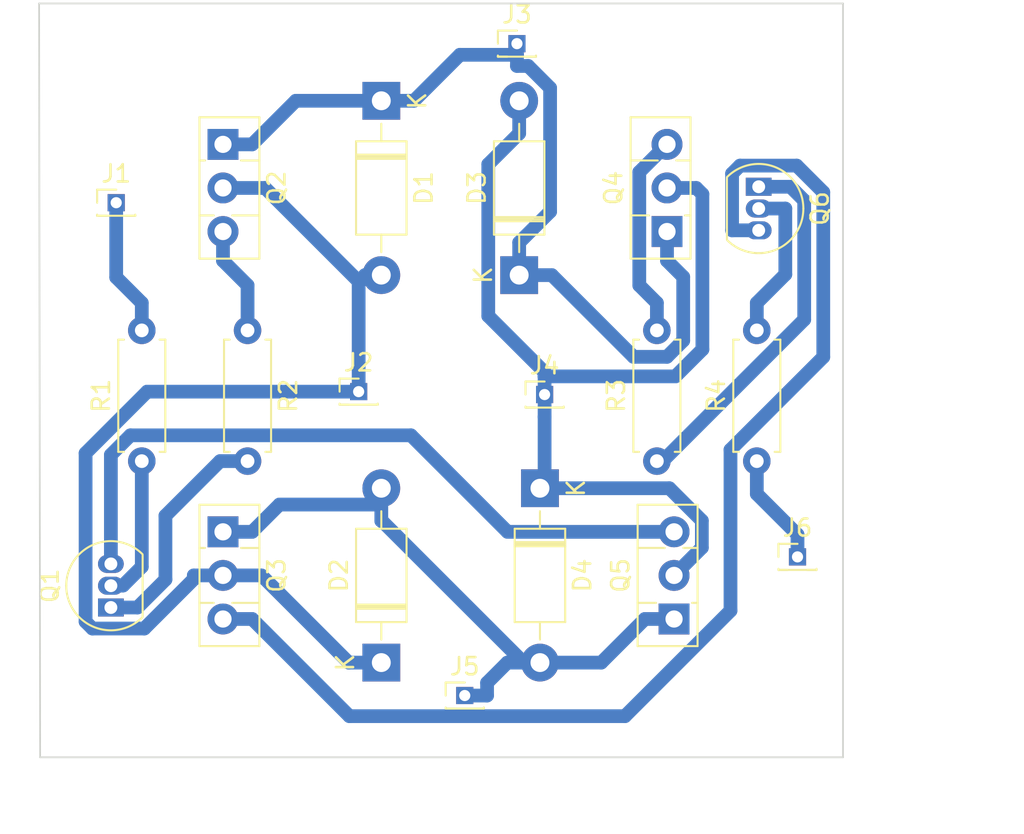
<source format=kicad_pcb>
(kicad_pcb (version 20171130) (host pcbnew "(5.1.6)-1")

  (general
    (thickness 1.6)
    (drawings 6)
    (tracks 118)
    (zones 0)
    (modules 20)
    (nets 15)
  )

  (page A4)
  (layers
    (0 F.Cu signal)
    (31 B.Cu signal)
    (32 B.Adhes user)
    (33 F.Adhes user)
    (34 B.Paste user)
    (35 F.Paste user)
    (36 B.SilkS user)
    (37 F.SilkS user)
    (38 B.Mask user)
    (39 F.Mask user)
    (40 Dwgs.User user)
    (41 Cmts.User user)
    (42 Eco1.User user)
    (43 Eco2.User user)
    (44 Edge.Cuts user)
    (45 Margin user)
    (46 B.CrtYd user)
    (47 F.CrtYd user)
    (48 B.Fab user)
    (49 F.Fab user)
  )

  (setup
    (last_trace_width 0.8)
    (trace_clearance 0.3)
    (zone_clearance 0.508)
    (zone_45_only no)
    (trace_min 0.2)
    (via_size 0.8)
    (via_drill 0.4)
    (via_min_size 0.4)
    (via_min_drill 0.3)
    (uvia_size 0.3)
    (uvia_drill 0.1)
    (uvias_allowed no)
    (uvia_min_size 0.2)
    (uvia_min_drill 0.1)
    (edge_width 0.05)
    (segment_width 0.2)
    (pcb_text_width 0.3)
    (pcb_text_size 1.5 1.5)
    (mod_edge_width 0.12)
    (mod_text_size 1 1)
    (mod_text_width 0.15)
    (pad_size 1.524 1.524)
    (pad_drill 0.762)
    (pad_to_mask_clearance 0.05)
    (aux_axis_origin 107.08 100.06)
    (visible_elements 7FFFFFFF)
    (pcbplotparams
      (layerselection 0x010fc_fffffffe)
      (usegerberextensions false)
      (usegerberattributes true)
      (usegerberadvancedattributes true)
      (creategerberjobfile true)
      (excludeedgelayer true)
      (linewidth 0.100000)
      (plotframeref false)
      (viasonmask false)
      (mode 1)
      (useauxorigin true)
      (hpglpennumber 1)
      (hpglpenspeed 20)
      (hpglpendiameter 15.000000)
      (psnegative false)
      (psa4output false)
      (plotreference true)
      (plotvalue true)
      (plotinvisibletext false)
      (padsonsilk false)
      (subtractmaskfromsilk false)
      (outputformat 1)
      (mirror false)
      (drillshape 0)
      (scaleselection 1)
      (outputdirectory "gerber"))
  )

  (net 0 "")
  (net 1 "Net-(D1-Pad1)")
  (net 2 "Net-(D1-Pad2)")
  (net 3 GND)
  (net 4 "Net-(D3-Pad2)")
  (net 5 "Net-(J1-Pad1)")
  (net 6 "Net-(J6-Pad1)")
  (net 7 "Net-(Q1-Pad2)")
  (net 8 "Net-(Q1-Pad3)")
  (net 9 "Net-(Q1-Pad1)")
  (net 10 "Net-(Q2-Pad3)")
  (net 11 "Net-(Q3-Pad3)")
  (net 12 "Net-(Q4-Pad3)")
  (net 13 "Net-(Q6-Pad1)")
  (net 14 "Net-(Q6-Pad2)")

  (net_class Default "This is the default net class."
    (clearance 0.3)
    (trace_width 0.8)
    (via_dia 0.8)
    (via_drill 0.4)
    (uvia_dia 0.3)
    (uvia_drill 0.1)
    (add_net GND)
    (add_net "Net-(D1-Pad1)")
    (add_net "Net-(D1-Pad2)")
    (add_net "Net-(D3-Pad2)")
    (add_net "Net-(J1-Pad1)")
    (add_net "Net-(J6-Pad1)")
    (add_net "Net-(Q1-Pad1)")
    (add_net "Net-(Q1-Pad2)")
    (add_net "Net-(Q1-Pad3)")
    (add_net "Net-(Q2-Pad3)")
    (add_net "Net-(Q3-Pad3)")
    (add_net "Net-(Q4-Pad3)")
    (add_net "Net-(Q6-Pad1)")
    (add_net "Net-(Q6-Pad2)")
  )

  (module Package_TO_SOT_THT:TO-126-3_Vertical (layer F.Cu) (tedit 5AC8BA0D) (tstamp 5FA60E09)
    (at 117.63 86.89 270)
    (descr "TO-126-3, Vertical, RM 2.54mm, see https://www.diodes.com/assets/Package-Files/TO126.pdf")
    (tags "TO-126-3 Vertical RM 2.54mm")
    (path /5FA5A5DC)
    (fp_text reference Q3 (at 2.54 -3.12 90) (layer F.SilkS)
      (effects (font (size 1 1) (thickness 0.15)))
    )
    (fp_text value BD139 (at 2.54 2.5 90) (layer F.Fab)
      (effects (font (size 1 1) (thickness 0.15)))
    )
    (fp_line (start 6.79 -2.25) (end -1.71 -2.25) (layer F.CrtYd) (width 0.05))
    (fp_line (start 6.79 1.5) (end 6.79 -2.25) (layer F.CrtYd) (width 0.05))
    (fp_line (start -1.71 1.5) (end 6.79 1.5) (layer F.CrtYd) (width 0.05))
    (fp_line (start -1.71 -2.25) (end -1.71 1.5) (layer F.CrtYd) (width 0.05))
    (fp_line (start 4.141 0.54) (end 4.141 1.37) (layer F.SilkS) (width 0.12))
    (fp_line (start 4.141 -2.12) (end 4.141 -0.54) (layer F.SilkS) (width 0.12))
    (fp_line (start 0.94 1.05) (end 0.94 1.37) (layer F.SilkS) (width 0.12))
    (fp_line (start 0.94 -2.12) (end 0.94 -1.05) (layer F.SilkS) (width 0.12))
    (fp_line (start 6.66 -2.12) (end 6.66 1.37) (layer F.SilkS) (width 0.12))
    (fp_line (start -1.58 -2.12) (end -1.58 1.37) (layer F.SilkS) (width 0.12))
    (fp_line (start -1.58 1.37) (end 6.66 1.37) (layer F.SilkS) (width 0.12))
    (fp_line (start -1.58 -2.12) (end 6.66 -2.12) (layer F.SilkS) (width 0.12))
    (fp_line (start 4.14 -2) (end 4.14 1.25) (layer F.Fab) (width 0.1))
    (fp_line (start 0.94 -2) (end 0.94 1.25) (layer F.Fab) (width 0.1))
    (fp_line (start 6.54 -2) (end -1.46 -2) (layer F.Fab) (width 0.1))
    (fp_line (start 6.54 1.25) (end 6.54 -2) (layer F.Fab) (width 0.1))
    (fp_line (start -1.46 1.25) (end 6.54 1.25) (layer F.Fab) (width 0.1))
    (fp_line (start -1.46 -2) (end -1.46 1.25) (layer F.Fab) (width 0.1))
    (fp_text user %R (at 2.54 -3.12 90) (layer F.Fab)
      (effects (font (size 1 1) (thickness 0.15)))
    )
    (pad 3 thru_hole oval (at 5.08 0 270) (size 1.8 1.8) (drill 1) (layers *.Cu *.Mask)
      (net 11 "Net-(Q3-Pad3)"))
    (pad 2 thru_hole oval (at 2.54 0 270) (size 1.8 1.8) (drill 1) (layers *.Cu *.Mask)
      (net 2 "Net-(D1-Pad2)"))
    (pad 1 thru_hole rect (at 0 0 270) (size 1.8 1.8) (drill 1) (layers *.Cu *.Mask)
      (net 3 GND))
    (model ${KISYS3DMOD}/Package_TO_SOT_THT.3dshapes/TO-126-3_Vertical.wrl
      (at (xyz 0 0 0))
      (scale (xyz 1 1 1))
      (rotate (xyz 0 0 0))
    )
  )

  (module Resistor_THT:R_Axial_DIN0207_L6.3mm_D2.5mm_P7.62mm_Horizontal (layer F.Cu) (tedit 5AE5139B) (tstamp 5FA60EAB)
    (at 148.72 82.77 90)
    (descr "Resistor, Axial_DIN0207 series, Axial, Horizontal, pin pitch=7.62mm, 0.25W = 1/4W, length*diameter=6.3*2.5mm^2, http://cdn-reichelt.de/documents/datenblatt/B400/1_4W%23YAG.pdf")
    (tags "Resistor Axial_DIN0207 series Axial Horizontal pin pitch 7.62mm 0.25W = 1/4W length 6.3mm diameter 2.5mm")
    (path /5FA62D7C)
    (fp_text reference R4 (at 3.81 -2.37 90) (layer F.SilkS)
      (effects (font (size 1 1) (thickness 0.15)))
    )
    (fp_text value R (at 3.81 2.37 90) (layer F.Fab)
      (effects (font (size 1 1) (thickness 0.15)))
    )
    (fp_line (start 0.66 -1.25) (end 0.66 1.25) (layer F.Fab) (width 0.1))
    (fp_line (start 0.66 1.25) (end 6.96 1.25) (layer F.Fab) (width 0.1))
    (fp_line (start 6.96 1.25) (end 6.96 -1.25) (layer F.Fab) (width 0.1))
    (fp_line (start 6.96 -1.25) (end 0.66 -1.25) (layer F.Fab) (width 0.1))
    (fp_line (start 0 0) (end 0.66 0) (layer F.Fab) (width 0.1))
    (fp_line (start 7.62 0) (end 6.96 0) (layer F.Fab) (width 0.1))
    (fp_line (start 0.54 -1.04) (end 0.54 -1.37) (layer F.SilkS) (width 0.12))
    (fp_line (start 0.54 -1.37) (end 7.08 -1.37) (layer F.SilkS) (width 0.12))
    (fp_line (start 7.08 -1.37) (end 7.08 -1.04) (layer F.SilkS) (width 0.12))
    (fp_line (start 0.54 1.04) (end 0.54 1.37) (layer F.SilkS) (width 0.12))
    (fp_line (start 0.54 1.37) (end 7.08 1.37) (layer F.SilkS) (width 0.12))
    (fp_line (start 7.08 1.37) (end 7.08 1.04) (layer F.SilkS) (width 0.12))
    (fp_line (start -1.05 -1.5) (end -1.05 1.5) (layer F.CrtYd) (width 0.05))
    (fp_line (start -1.05 1.5) (end 8.67 1.5) (layer F.CrtYd) (width 0.05))
    (fp_line (start 8.67 1.5) (end 8.67 -1.5) (layer F.CrtYd) (width 0.05))
    (fp_line (start 8.67 -1.5) (end -1.05 -1.5) (layer F.CrtYd) (width 0.05))
    (fp_text user %R (at 3.81 0 90) (layer F.Fab)
      (effects (font (size 1 1) (thickness 0.15)))
    )
    (pad 1 thru_hole circle (at 0 0 90) (size 1.6 1.6) (drill 0.8) (layers *.Cu *.Mask)
      (net 6 "Net-(J6-Pad1)"))
    (pad 2 thru_hole oval (at 7.62 0 90) (size 1.6 1.6) (drill 0.8) (layers *.Cu *.Mask)
      (net 14 "Net-(Q6-Pad2)"))
    (model ${KISYS3DMOD}/Resistor_THT.3dshapes/R_Axial_DIN0207_L6.3mm_D2.5mm_P7.62mm_Horizontal.wrl
      (at (xyz 0 0 0))
      (scale (xyz 1 1 1))
      (rotate (xyz 0 0 0))
    )
  )

  (module Connector_PinHeader_1.27mm:PinHeader_1x01_P1.27mm_Vertical (layer F.Cu) (tedit 59FED6E3) (tstamp 5FA60D81)
    (at 134.75 58.44)
    (descr "Through hole straight pin header, 1x01, 1.27mm pitch, single row")
    (tags "Through hole pin header THT 1x01 1.27mm single row")
    (path /5FA7C41D)
    (fp_text reference J3 (at 0 -1.695) (layer F.SilkS)
      (effects (font (size 1 1) (thickness 0.15)))
    )
    (fp_text value Conn_01x01_Male (at 0 1.695) (layer F.Fab)
      (effects (font (size 1 1) (thickness 0.15)))
    )
    (fp_line (start -0.525 -0.635) (end 1.05 -0.635) (layer F.Fab) (width 0.1))
    (fp_line (start 1.05 -0.635) (end 1.05 0.635) (layer F.Fab) (width 0.1))
    (fp_line (start 1.05 0.635) (end -1.05 0.635) (layer F.Fab) (width 0.1))
    (fp_line (start -1.05 0.635) (end -1.05 -0.11) (layer F.Fab) (width 0.1))
    (fp_line (start -1.05 -0.11) (end -0.525 -0.635) (layer F.Fab) (width 0.1))
    (fp_line (start -1.11 0.76) (end 1.11 0.76) (layer F.SilkS) (width 0.12))
    (fp_line (start -1.11 0.76) (end -1.11 0.695) (layer F.SilkS) (width 0.12))
    (fp_line (start 1.11 0.76) (end 1.11 0.695) (layer F.SilkS) (width 0.12))
    (fp_line (start -1.11 0.76) (end -0.563471 0.76) (layer F.SilkS) (width 0.12))
    (fp_line (start 0.563471 0.76) (end 1.11 0.76) (layer F.SilkS) (width 0.12))
    (fp_line (start -1.11 0) (end -1.11 -0.76) (layer F.SilkS) (width 0.12))
    (fp_line (start -1.11 -0.76) (end 0 -0.76) (layer F.SilkS) (width 0.12))
    (fp_line (start -1.55 -1.15) (end -1.55 1.15) (layer F.CrtYd) (width 0.05))
    (fp_line (start -1.55 1.15) (end 1.55 1.15) (layer F.CrtYd) (width 0.05))
    (fp_line (start 1.55 1.15) (end 1.55 -1.15) (layer F.CrtYd) (width 0.05))
    (fp_line (start 1.55 -1.15) (end -1.55 -1.15) (layer F.CrtYd) (width 0.05))
    (fp_text user %R (at 0 0 90) (layer F.Fab)
      (effects (font (size 1 1) (thickness 0.15)))
    )
    (pad 1 thru_hole rect (at 0 0) (size 1 1) (drill 0.65) (layers *.Cu *.Mask)
      (net 1 "Net-(D1-Pad1)"))
    (model ${KISYS3DMOD}/Connector_PinHeader_1.27mm.3dshapes/PinHeader_1x01_P1.27mm_Vertical.wrl
      (at (xyz 0 0 0))
      (scale (xyz 1 1 1))
      (rotate (xyz 0 0 0))
    )
  )

  (module Package_TO_SOT_THT:TO-126-3_Vertical (layer F.Cu) (tedit 5AC8BA0D) (tstamp 5FA60E3D)
    (at 143.9 91.97 90)
    (descr "TO-126-3, Vertical, RM 2.54mm, see https://www.diodes.com/assets/Package-Files/TO126.pdf")
    (tags "TO-126-3 Vertical RM 2.54mm")
    (path /5FA5BC3E)
    (fp_text reference Q5 (at 2.54 -3.12 90) (layer F.SilkS)
      (effects (font (size 1 1) (thickness 0.15)))
    )
    (fp_text value BD139 (at 2.54 2.5 90) (layer F.Fab)
      (effects (font (size 1 1) (thickness 0.15)))
    )
    (fp_line (start -1.46 -2) (end -1.46 1.25) (layer F.Fab) (width 0.1))
    (fp_line (start -1.46 1.25) (end 6.54 1.25) (layer F.Fab) (width 0.1))
    (fp_line (start 6.54 1.25) (end 6.54 -2) (layer F.Fab) (width 0.1))
    (fp_line (start 6.54 -2) (end -1.46 -2) (layer F.Fab) (width 0.1))
    (fp_line (start 0.94 -2) (end 0.94 1.25) (layer F.Fab) (width 0.1))
    (fp_line (start 4.14 -2) (end 4.14 1.25) (layer F.Fab) (width 0.1))
    (fp_line (start -1.58 -2.12) (end 6.66 -2.12) (layer F.SilkS) (width 0.12))
    (fp_line (start -1.58 1.37) (end 6.66 1.37) (layer F.SilkS) (width 0.12))
    (fp_line (start -1.58 -2.12) (end -1.58 1.37) (layer F.SilkS) (width 0.12))
    (fp_line (start 6.66 -2.12) (end 6.66 1.37) (layer F.SilkS) (width 0.12))
    (fp_line (start 0.94 -2.12) (end 0.94 -1.05) (layer F.SilkS) (width 0.12))
    (fp_line (start 0.94 1.05) (end 0.94 1.37) (layer F.SilkS) (width 0.12))
    (fp_line (start 4.141 -2.12) (end 4.141 -0.54) (layer F.SilkS) (width 0.12))
    (fp_line (start 4.141 0.54) (end 4.141 1.37) (layer F.SilkS) (width 0.12))
    (fp_line (start -1.71 -2.25) (end -1.71 1.5) (layer F.CrtYd) (width 0.05))
    (fp_line (start -1.71 1.5) (end 6.79 1.5) (layer F.CrtYd) (width 0.05))
    (fp_line (start 6.79 1.5) (end 6.79 -2.25) (layer F.CrtYd) (width 0.05))
    (fp_line (start 6.79 -2.25) (end -1.71 -2.25) (layer F.CrtYd) (width 0.05))
    (fp_text user %R (at 2.54 -3.12 90) (layer F.Fab)
      (effects (font (size 1 1) (thickness 0.15)))
    )
    (pad 1 thru_hole rect (at 0 0 90) (size 1.8 1.8) (drill 1) (layers *.Cu *.Mask)
      (net 3 GND))
    (pad 2 thru_hole oval (at 2.54 0 90) (size 1.8 1.8) (drill 1) (layers *.Cu *.Mask)
      (net 4 "Net-(D3-Pad2)"))
    (pad 3 thru_hole oval (at 5.08 0 90) (size 1.8 1.8) (drill 1) (layers *.Cu *.Mask)
      (net 8 "Net-(Q1-Pad3)"))
    (model ${KISYS3DMOD}/Package_TO_SOT_THT.3dshapes/TO-126-3_Vertical.wrl
      (at (xyz 0 0 0))
      (scale (xyz 1 1 1))
      (rotate (xyz 0 0 0))
    )
  )

  (module Diode_THT:D_DO-41_SOD81_P10.16mm_Horizontal (layer F.Cu) (tedit 5AE50CD5) (tstamp 5FA60CE2)
    (at 126.85 61.77 270)
    (descr "Diode, DO-41_SOD81 series, Axial, Horizontal, pin pitch=10.16mm, , length*diameter=5.2*2.7mm^2, , http://www.diodes.com/_files/packages/DO-41%20(Plastic).pdf")
    (tags "Diode DO-41_SOD81 series Axial Horizontal pin pitch 10.16mm  length 5.2mm diameter 2.7mm")
    (path /5FA64925)
    (fp_text reference D1 (at 5.08 -2.47 90) (layer F.SilkS)
      (effects (font (size 1 1) (thickness 0.15)))
    )
    (fp_text value 1N4001 (at 5.08 2.47 90) (layer F.Fab)
      (effects (font (size 1 1) (thickness 0.15)))
    )
    (fp_line (start 2.48 -1.35) (end 2.48 1.35) (layer F.Fab) (width 0.1))
    (fp_line (start 2.48 1.35) (end 7.68 1.35) (layer F.Fab) (width 0.1))
    (fp_line (start 7.68 1.35) (end 7.68 -1.35) (layer F.Fab) (width 0.1))
    (fp_line (start 7.68 -1.35) (end 2.48 -1.35) (layer F.Fab) (width 0.1))
    (fp_line (start 0 0) (end 2.48 0) (layer F.Fab) (width 0.1))
    (fp_line (start 10.16 0) (end 7.68 0) (layer F.Fab) (width 0.1))
    (fp_line (start 3.26 -1.35) (end 3.26 1.35) (layer F.Fab) (width 0.1))
    (fp_line (start 3.36 -1.35) (end 3.36 1.35) (layer F.Fab) (width 0.1))
    (fp_line (start 3.16 -1.35) (end 3.16 1.35) (layer F.Fab) (width 0.1))
    (fp_line (start 2.36 -1.47) (end 2.36 1.47) (layer F.SilkS) (width 0.12))
    (fp_line (start 2.36 1.47) (end 7.8 1.47) (layer F.SilkS) (width 0.12))
    (fp_line (start 7.8 1.47) (end 7.8 -1.47) (layer F.SilkS) (width 0.12))
    (fp_line (start 7.8 -1.47) (end 2.36 -1.47) (layer F.SilkS) (width 0.12))
    (fp_line (start 1.34 0) (end 2.36 0) (layer F.SilkS) (width 0.12))
    (fp_line (start 8.82 0) (end 7.8 0) (layer F.SilkS) (width 0.12))
    (fp_line (start 3.26 -1.47) (end 3.26 1.47) (layer F.SilkS) (width 0.12))
    (fp_line (start 3.38 -1.47) (end 3.38 1.47) (layer F.SilkS) (width 0.12))
    (fp_line (start 3.14 -1.47) (end 3.14 1.47) (layer F.SilkS) (width 0.12))
    (fp_line (start -1.35 -1.6) (end -1.35 1.6) (layer F.CrtYd) (width 0.05))
    (fp_line (start -1.35 1.6) (end 11.51 1.6) (layer F.CrtYd) (width 0.05))
    (fp_line (start 11.51 1.6) (end 11.51 -1.6) (layer F.CrtYd) (width 0.05))
    (fp_line (start 11.51 -1.6) (end -1.35 -1.6) (layer F.CrtYd) (width 0.05))
    (fp_text user %R (at 5.47 0 90) (layer F.Fab)
      (effects (font (size 1 1) (thickness 0.15)))
    )
    (fp_text user K (at 0 -2.1 90) (layer F.Fab)
      (effects (font (size 1 1) (thickness 0.15)))
    )
    (fp_text user K (at 0 -2.1 90) (layer F.SilkS)
      (effects (font (size 1 1) (thickness 0.15)))
    )
    (pad 1 thru_hole rect (at 0 0 270) (size 2.2 2.2) (drill 1.1) (layers *.Cu *.Mask)
      (net 1 "Net-(D1-Pad1)"))
    (pad 2 thru_hole oval (at 10.16 0 270) (size 2.2 2.2) (drill 1.1) (layers *.Cu *.Mask)
      (net 2 "Net-(D1-Pad2)"))
    (model ${KISYS3DMOD}/Diode_THT.3dshapes/D_DO-41_SOD81_P10.16mm_Horizontal.wrl
      (at (xyz 0 0 0))
      (scale (xyz 1 1 1))
      (rotate (xyz 0 0 0))
    )
  )

  (module Diode_THT:D_DO-41_SOD81_P10.16mm_Horizontal (layer F.Cu) (tedit 5AE50CD5) (tstamp 5FA60D01)
    (at 126.85 94.51 90)
    (descr "Diode, DO-41_SOD81 series, Axial, Horizontal, pin pitch=10.16mm, , length*diameter=5.2*2.7mm^2, , http://www.diodes.com/_files/packages/DO-41%20(Plastic).pdf")
    (tags "Diode DO-41_SOD81 series Axial Horizontal pin pitch 10.16mm  length 5.2mm diameter 2.7mm")
    (path /5FA65B20)
    (fp_text reference D2 (at 5.08 -2.47 90) (layer F.SilkS)
      (effects (font (size 1 1) (thickness 0.15)))
    )
    (fp_text value 1N4001 (at 5.08 2.47 90) (layer F.Fab)
      (effects (font (size 1 1) (thickness 0.15)))
    )
    (fp_line (start 2.48 -1.35) (end 2.48 1.35) (layer F.Fab) (width 0.1))
    (fp_line (start 2.48 1.35) (end 7.68 1.35) (layer F.Fab) (width 0.1))
    (fp_line (start 7.68 1.35) (end 7.68 -1.35) (layer F.Fab) (width 0.1))
    (fp_line (start 7.68 -1.35) (end 2.48 -1.35) (layer F.Fab) (width 0.1))
    (fp_line (start 0 0) (end 2.48 0) (layer F.Fab) (width 0.1))
    (fp_line (start 10.16 0) (end 7.68 0) (layer F.Fab) (width 0.1))
    (fp_line (start 3.26 -1.35) (end 3.26 1.35) (layer F.Fab) (width 0.1))
    (fp_line (start 3.36 -1.35) (end 3.36 1.35) (layer F.Fab) (width 0.1))
    (fp_line (start 3.16 -1.35) (end 3.16 1.35) (layer F.Fab) (width 0.1))
    (fp_line (start 2.36 -1.47) (end 2.36 1.47) (layer F.SilkS) (width 0.12))
    (fp_line (start 2.36 1.47) (end 7.8 1.47) (layer F.SilkS) (width 0.12))
    (fp_line (start 7.8 1.47) (end 7.8 -1.47) (layer F.SilkS) (width 0.12))
    (fp_line (start 7.8 -1.47) (end 2.36 -1.47) (layer F.SilkS) (width 0.12))
    (fp_line (start 1.34 0) (end 2.36 0) (layer F.SilkS) (width 0.12))
    (fp_line (start 8.82 0) (end 7.8 0) (layer F.SilkS) (width 0.12))
    (fp_line (start 3.26 -1.47) (end 3.26 1.47) (layer F.SilkS) (width 0.12))
    (fp_line (start 3.38 -1.47) (end 3.38 1.47) (layer F.SilkS) (width 0.12))
    (fp_line (start 3.14 -1.47) (end 3.14 1.47) (layer F.SilkS) (width 0.12))
    (fp_line (start -1.35 -1.6) (end -1.35 1.6) (layer F.CrtYd) (width 0.05))
    (fp_line (start -1.35 1.6) (end 11.51 1.6) (layer F.CrtYd) (width 0.05))
    (fp_line (start 11.51 1.6) (end 11.51 -1.6) (layer F.CrtYd) (width 0.05))
    (fp_line (start 11.51 -1.6) (end -1.35 -1.6) (layer F.CrtYd) (width 0.05))
    (fp_text user %R (at 5.47 0 90) (layer F.Fab)
      (effects (font (size 1 1) (thickness 0.15)))
    )
    (fp_text user K (at 0 -2.1 90) (layer F.Fab)
      (effects (font (size 1 1) (thickness 0.15)))
    )
    (fp_text user K (at 0 -2.1 90) (layer F.SilkS)
      (effects (font (size 1 1) (thickness 0.15)))
    )
    (pad 1 thru_hole rect (at 0 0 90) (size 2.2 2.2) (drill 1.1) (layers *.Cu *.Mask)
      (net 2 "Net-(D1-Pad2)"))
    (pad 2 thru_hole oval (at 10.16 0 90) (size 2.2 2.2) (drill 1.1) (layers *.Cu *.Mask)
      (net 3 GND))
    (model ${KISYS3DMOD}/Diode_THT.3dshapes/D_DO-41_SOD81_P10.16mm_Horizontal.wrl
      (at (xyz 0 0 0))
      (scale (xyz 1 1 1))
      (rotate (xyz 0 0 0))
    )
  )

  (module Diode_THT:D_DO-41_SOD81_P10.16mm_Horizontal (layer F.Cu) (tedit 5AE50CD5) (tstamp 5FA60D20)
    (at 134.88 71.93 90)
    (descr "Diode, DO-41_SOD81 series, Axial, Horizontal, pin pitch=10.16mm, , length*diameter=5.2*2.7mm^2, , http://www.diodes.com/_files/packages/DO-41%20(Plastic).pdf")
    (tags "Diode DO-41_SOD81 series Axial Horizontal pin pitch 10.16mm  length 5.2mm diameter 2.7mm")
    (path /5FA6558F)
    (fp_text reference D3 (at 5.08 -2.47 90) (layer F.SilkS)
      (effects (font (size 1 1) (thickness 0.15)))
    )
    (fp_text value 1N4001 (at 5.08 2.47 90) (layer F.Fab)
      (effects (font (size 1 1) (thickness 0.15)))
    )
    (fp_line (start 11.51 -1.6) (end -1.35 -1.6) (layer F.CrtYd) (width 0.05))
    (fp_line (start 11.51 1.6) (end 11.51 -1.6) (layer F.CrtYd) (width 0.05))
    (fp_line (start -1.35 1.6) (end 11.51 1.6) (layer F.CrtYd) (width 0.05))
    (fp_line (start -1.35 -1.6) (end -1.35 1.6) (layer F.CrtYd) (width 0.05))
    (fp_line (start 3.14 -1.47) (end 3.14 1.47) (layer F.SilkS) (width 0.12))
    (fp_line (start 3.38 -1.47) (end 3.38 1.47) (layer F.SilkS) (width 0.12))
    (fp_line (start 3.26 -1.47) (end 3.26 1.47) (layer F.SilkS) (width 0.12))
    (fp_line (start 8.82 0) (end 7.8 0) (layer F.SilkS) (width 0.12))
    (fp_line (start 1.34 0) (end 2.36 0) (layer F.SilkS) (width 0.12))
    (fp_line (start 7.8 -1.47) (end 2.36 -1.47) (layer F.SilkS) (width 0.12))
    (fp_line (start 7.8 1.47) (end 7.8 -1.47) (layer F.SilkS) (width 0.12))
    (fp_line (start 2.36 1.47) (end 7.8 1.47) (layer F.SilkS) (width 0.12))
    (fp_line (start 2.36 -1.47) (end 2.36 1.47) (layer F.SilkS) (width 0.12))
    (fp_line (start 3.16 -1.35) (end 3.16 1.35) (layer F.Fab) (width 0.1))
    (fp_line (start 3.36 -1.35) (end 3.36 1.35) (layer F.Fab) (width 0.1))
    (fp_line (start 3.26 -1.35) (end 3.26 1.35) (layer F.Fab) (width 0.1))
    (fp_line (start 10.16 0) (end 7.68 0) (layer F.Fab) (width 0.1))
    (fp_line (start 0 0) (end 2.48 0) (layer F.Fab) (width 0.1))
    (fp_line (start 7.68 -1.35) (end 2.48 -1.35) (layer F.Fab) (width 0.1))
    (fp_line (start 7.68 1.35) (end 7.68 -1.35) (layer F.Fab) (width 0.1))
    (fp_line (start 2.48 1.35) (end 7.68 1.35) (layer F.Fab) (width 0.1))
    (fp_line (start 2.48 -1.35) (end 2.48 1.35) (layer F.Fab) (width 0.1))
    (fp_text user K (at 0 -2.1 90) (layer F.SilkS)
      (effects (font (size 1 1) (thickness 0.15)))
    )
    (fp_text user K (at 0 -2.1 90) (layer F.Fab)
      (effects (font (size 1 1) (thickness 0.15)))
    )
    (fp_text user %R (at 5.47 0 90) (layer F.Fab)
      (effects (font (size 1 1) (thickness 0.15)))
    )
    (pad 2 thru_hole oval (at 10.16 0 90) (size 2.2 2.2) (drill 1.1) (layers *.Cu *.Mask)
      (net 4 "Net-(D3-Pad2)"))
    (pad 1 thru_hole rect (at 0 0 90) (size 2.2 2.2) (drill 1.1) (layers *.Cu *.Mask)
      (net 1 "Net-(D1-Pad1)"))
    (model ${KISYS3DMOD}/Diode_THT.3dshapes/D_DO-41_SOD81_P10.16mm_Horizontal.wrl
      (at (xyz 0 0 0))
      (scale (xyz 1 1 1))
      (rotate (xyz 0 0 0))
    )
  )

  (module Diode_THT:D_DO-41_SOD81_P10.16mm_Horizontal (layer F.Cu) (tedit 5AE50CD5) (tstamp 5FA60D3F)
    (at 136.09 84.35 270)
    (descr "Diode, DO-41_SOD81 series, Axial, Horizontal, pin pitch=10.16mm, , length*diameter=5.2*2.7mm^2, , http://www.diodes.com/_files/packages/DO-41%20(Plastic).pdf")
    (tags "Diode DO-41_SOD81 series Axial Horizontal pin pitch 10.16mm  length 5.2mm diameter 2.7mm")
    (path /5FA66A93)
    (fp_text reference D4 (at 5.08 -2.47 90) (layer F.SilkS)
      (effects (font (size 1 1) (thickness 0.15)))
    )
    (fp_text value 1N4001 (at 5.08 2.47 90) (layer F.Fab)
      (effects (font (size 1 1) (thickness 0.15)))
    )
    (fp_line (start 11.51 -1.6) (end -1.35 -1.6) (layer F.CrtYd) (width 0.05))
    (fp_line (start 11.51 1.6) (end 11.51 -1.6) (layer F.CrtYd) (width 0.05))
    (fp_line (start -1.35 1.6) (end 11.51 1.6) (layer F.CrtYd) (width 0.05))
    (fp_line (start -1.35 -1.6) (end -1.35 1.6) (layer F.CrtYd) (width 0.05))
    (fp_line (start 3.14 -1.47) (end 3.14 1.47) (layer F.SilkS) (width 0.12))
    (fp_line (start 3.38 -1.47) (end 3.38 1.47) (layer F.SilkS) (width 0.12))
    (fp_line (start 3.26 -1.47) (end 3.26 1.47) (layer F.SilkS) (width 0.12))
    (fp_line (start 8.82 0) (end 7.8 0) (layer F.SilkS) (width 0.12))
    (fp_line (start 1.34 0) (end 2.36 0) (layer F.SilkS) (width 0.12))
    (fp_line (start 7.8 -1.47) (end 2.36 -1.47) (layer F.SilkS) (width 0.12))
    (fp_line (start 7.8 1.47) (end 7.8 -1.47) (layer F.SilkS) (width 0.12))
    (fp_line (start 2.36 1.47) (end 7.8 1.47) (layer F.SilkS) (width 0.12))
    (fp_line (start 2.36 -1.47) (end 2.36 1.47) (layer F.SilkS) (width 0.12))
    (fp_line (start 3.16 -1.35) (end 3.16 1.35) (layer F.Fab) (width 0.1))
    (fp_line (start 3.36 -1.35) (end 3.36 1.35) (layer F.Fab) (width 0.1))
    (fp_line (start 3.26 -1.35) (end 3.26 1.35) (layer F.Fab) (width 0.1))
    (fp_line (start 10.16 0) (end 7.68 0) (layer F.Fab) (width 0.1))
    (fp_line (start 0 0) (end 2.48 0) (layer F.Fab) (width 0.1))
    (fp_line (start 7.68 -1.35) (end 2.48 -1.35) (layer F.Fab) (width 0.1))
    (fp_line (start 7.68 1.35) (end 7.68 -1.35) (layer F.Fab) (width 0.1))
    (fp_line (start 2.48 1.35) (end 7.68 1.35) (layer F.Fab) (width 0.1))
    (fp_line (start 2.48 -1.35) (end 2.48 1.35) (layer F.Fab) (width 0.1))
    (fp_text user K (at 0 -2.1 90) (layer F.SilkS)
      (effects (font (size 1 1) (thickness 0.15)))
    )
    (fp_text user K (at 0 -2.1 90) (layer F.Fab)
      (effects (font (size 1 1) (thickness 0.15)))
    )
    (fp_text user %R (at 5.47 0 90) (layer F.Fab)
      (effects (font (size 1 1) (thickness 0.15)))
    )
    (pad 2 thru_hole oval (at 10.16 0 270) (size 2.2 2.2) (drill 1.1) (layers *.Cu *.Mask)
      (net 3 GND))
    (pad 1 thru_hole rect (at 0 0 270) (size 2.2 2.2) (drill 1.1) (layers *.Cu *.Mask)
      (net 4 "Net-(D3-Pad2)"))
    (model ${KISYS3DMOD}/Diode_THT.3dshapes/D_DO-41_SOD81_P10.16mm_Horizontal.wrl
      (at (xyz 0 0 0))
      (scale (xyz 1 1 1))
      (rotate (xyz 0 0 0))
    )
  )

  (module Connector_PinHeader_1.27mm:PinHeader_1x01_P1.27mm_Vertical (layer F.Cu) (tedit 59FED6E3) (tstamp 5FA60D55)
    (at 111.41 67.71)
    (descr "Through hole straight pin header, 1x01, 1.27mm pitch, single row")
    (tags "Through hole pin header THT 1x01 1.27mm single row")
    (path /5FA7A069)
    (fp_text reference J1 (at 0 -1.695) (layer F.SilkS)
      (effects (font (size 1 1) (thickness 0.15)))
    )
    (fp_text value Conn_01x01_Male (at 0 1.695) (layer F.Fab)
      (effects (font (size 1 1) (thickness 0.15)))
    )
    (fp_line (start -0.525 -0.635) (end 1.05 -0.635) (layer F.Fab) (width 0.1))
    (fp_line (start 1.05 -0.635) (end 1.05 0.635) (layer F.Fab) (width 0.1))
    (fp_line (start 1.05 0.635) (end -1.05 0.635) (layer F.Fab) (width 0.1))
    (fp_line (start -1.05 0.635) (end -1.05 -0.11) (layer F.Fab) (width 0.1))
    (fp_line (start -1.05 -0.11) (end -0.525 -0.635) (layer F.Fab) (width 0.1))
    (fp_line (start -1.11 0.76) (end 1.11 0.76) (layer F.SilkS) (width 0.12))
    (fp_line (start -1.11 0.76) (end -1.11 0.695) (layer F.SilkS) (width 0.12))
    (fp_line (start 1.11 0.76) (end 1.11 0.695) (layer F.SilkS) (width 0.12))
    (fp_line (start -1.11 0.76) (end -0.563471 0.76) (layer F.SilkS) (width 0.12))
    (fp_line (start 0.563471 0.76) (end 1.11 0.76) (layer F.SilkS) (width 0.12))
    (fp_line (start -1.11 0) (end -1.11 -0.76) (layer F.SilkS) (width 0.12))
    (fp_line (start -1.11 -0.76) (end 0 -0.76) (layer F.SilkS) (width 0.12))
    (fp_line (start -1.55 -1.15) (end -1.55 1.15) (layer F.CrtYd) (width 0.05))
    (fp_line (start -1.55 1.15) (end 1.55 1.15) (layer F.CrtYd) (width 0.05))
    (fp_line (start 1.55 1.15) (end 1.55 -1.15) (layer F.CrtYd) (width 0.05))
    (fp_line (start 1.55 -1.15) (end -1.55 -1.15) (layer F.CrtYd) (width 0.05))
    (fp_text user %R (at 0 0 90) (layer F.Fab)
      (effects (font (size 1 1) (thickness 0.15)))
    )
    (pad 1 thru_hole rect (at 0 0) (size 1 1) (drill 0.65) (layers *.Cu *.Mask)
      (net 5 "Net-(J1-Pad1)"))
    (model ${KISYS3DMOD}/Connector_PinHeader_1.27mm.3dshapes/PinHeader_1x01_P1.27mm_Vertical.wrl
      (at (xyz 0 0 0))
      (scale (xyz 1 1 1))
      (rotate (xyz 0 0 0))
    )
  )

  (module Connector_PinHeader_1.27mm:PinHeader_1x01_P1.27mm_Vertical (layer F.Cu) (tedit 59FED6E3) (tstamp 5FA60D6B)
    (at 125.53 78.72)
    (descr "Through hole straight pin header, 1x01, 1.27mm pitch, single row")
    (tags "Through hole pin header THT 1x01 1.27mm single row")
    (path /5FA7E672)
    (fp_text reference J2 (at 0 -1.695) (layer F.SilkS)
      (effects (font (size 1 1) (thickness 0.15)))
    )
    (fp_text value Conn_01x01_Male (at 0 1.695) (layer F.Fab)
      (effects (font (size 1 1) (thickness 0.15)))
    )
    (fp_line (start -0.525 -0.635) (end 1.05 -0.635) (layer F.Fab) (width 0.1))
    (fp_line (start 1.05 -0.635) (end 1.05 0.635) (layer F.Fab) (width 0.1))
    (fp_line (start 1.05 0.635) (end -1.05 0.635) (layer F.Fab) (width 0.1))
    (fp_line (start -1.05 0.635) (end -1.05 -0.11) (layer F.Fab) (width 0.1))
    (fp_line (start -1.05 -0.11) (end -0.525 -0.635) (layer F.Fab) (width 0.1))
    (fp_line (start -1.11 0.76) (end 1.11 0.76) (layer F.SilkS) (width 0.12))
    (fp_line (start -1.11 0.76) (end -1.11 0.695) (layer F.SilkS) (width 0.12))
    (fp_line (start 1.11 0.76) (end 1.11 0.695) (layer F.SilkS) (width 0.12))
    (fp_line (start -1.11 0.76) (end -0.563471 0.76) (layer F.SilkS) (width 0.12))
    (fp_line (start 0.563471 0.76) (end 1.11 0.76) (layer F.SilkS) (width 0.12))
    (fp_line (start -1.11 0) (end -1.11 -0.76) (layer F.SilkS) (width 0.12))
    (fp_line (start -1.11 -0.76) (end 0 -0.76) (layer F.SilkS) (width 0.12))
    (fp_line (start -1.55 -1.15) (end -1.55 1.15) (layer F.CrtYd) (width 0.05))
    (fp_line (start -1.55 1.15) (end 1.55 1.15) (layer F.CrtYd) (width 0.05))
    (fp_line (start 1.55 1.15) (end 1.55 -1.15) (layer F.CrtYd) (width 0.05))
    (fp_line (start 1.55 -1.15) (end -1.55 -1.15) (layer F.CrtYd) (width 0.05))
    (fp_text user %R (at 0 0 90) (layer F.Fab)
      (effects (font (size 1 1) (thickness 0.15)))
    )
    (pad 1 thru_hole rect (at 0 0) (size 1 1) (drill 0.65) (layers *.Cu *.Mask)
      (net 2 "Net-(D1-Pad2)"))
    (model ${KISYS3DMOD}/Connector_PinHeader_1.27mm.3dshapes/PinHeader_1x01_P1.27mm_Vertical.wrl
      (at (xyz 0 0 0))
      (scale (xyz 1 1 1))
      (rotate (xyz 0 0 0))
    )
  )

  (module Connector_PinHeader_1.27mm:PinHeader_1x01_P1.27mm_Vertical (layer F.Cu) (tedit 59FED6E3) (tstamp 5FA60D97)
    (at 136.36 78.89)
    (descr "Through hole straight pin header, 1x01, 1.27mm pitch, single row")
    (tags "Through hole pin header THT 1x01 1.27mm single row")
    (path /5FA7F539)
    (fp_text reference J4 (at 0 -1.695) (layer F.SilkS)
      (effects (font (size 1 1) (thickness 0.15)))
    )
    (fp_text value Conn_01x01_Male (at 0 1.695) (layer F.Fab)
      (effects (font (size 1 1) (thickness 0.15)))
    )
    (fp_line (start 1.55 -1.15) (end -1.55 -1.15) (layer F.CrtYd) (width 0.05))
    (fp_line (start 1.55 1.15) (end 1.55 -1.15) (layer F.CrtYd) (width 0.05))
    (fp_line (start -1.55 1.15) (end 1.55 1.15) (layer F.CrtYd) (width 0.05))
    (fp_line (start -1.55 -1.15) (end -1.55 1.15) (layer F.CrtYd) (width 0.05))
    (fp_line (start -1.11 -0.76) (end 0 -0.76) (layer F.SilkS) (width 0.12))
    (fp_line (start -1.11 0) (end -1.11 -0.76) (layer F.SilkS) (width 0.12))
    (fp_line (start 0.563471 0.76) (end 1.11 0.76) (layer F.SilkS) (width 0.12))
    (fp_line (start -1.11 0.76) (end -0.563471 0.76) (layer F.SilkS) (width 0.12))
    (fp_line (start 1.11 0.76) (end 1.11 0.695) (layer F.SilkS) (width 0.12))
    (fp_line (start -1.11 0.76) (end -1.11 0.695) (layer F.SilkS) (width 0.12))
    (fp_line (start -1.11 0.76) (end 1.11 0.76) (layer F.SilkS) (width 0.12))
    (fp_line (start -1.05 -0.11) (end -0.525 -0.635) (layer F.Fab) (width 0.1))
    (fp_line (start -1.05 0.635) (end -1.05 -0.11) (layer F.Fab) (width 0.1))
    (fp_line (start 1.05 0.635) (end -1.05 0.635) (layer F.Fab) (width 0.1))
    (fp_line (start 1.05 -0.635) (end 1.05 0.635) (layer F.Fab) (width 0.1))
    (fp_line (start -0.525 -0.635) (end 1.05 -0.635) (layer F.Fab) (width 0.1))
    (fp_text user %R (at 0 0 90) (layer F.Fab)
      (effects (font (size 1 1) (thickness 0.15)))
    )
    (pad 1 thru_hole rect (at 0 0) (size 1 1) (drill 0.65) (layers *.Cu *.Mask)
      (net 4 "Net-(D3-Pad2)"))
    (model ${KISYS3DMOD}/Connector_PinHeader_1.27mm.3dshapes/PinHeader_1x01_P1.27mm_Vertical.wrl
      (at (xyz 0 0 0))
      (scale (xyz 1 1 1))
      (rotate (xyz 0 0 0))
    )
  )

  (module Connector_PinHeader_1.27mm:PinHeader_1x01_P1.27mm_Vertical (layer F.Cu) (tedit 59FED6E3) (tstamp 5FA63B90)
    (at 131.71 96.43)
    (descr "Through hole straight pin header, 1x01, 1.27mm pitch, single row")
    (tags "Through hole pin header THT 1x01 1.27mm single row")
    (path /5FA7D73F)
    (fp_text reference J5 (at 0 -1.695) (layer F.SilkS)
      (effects (font (size 1 1) (thickness 0.15)))
    )
    (fp_text value Conn_01x01_Male (at 0 1.695) (layer F.Fab)
      (effects (font (size 1 1) (thickness 0.15)))
    )
    (fp_line (start 1.55 -1.15) (end -1.55 -1.15) (layer F.CrtYd) (width 0.05))
    (fp_line (start 1.55 1.15) (end 1.55 -1.15) (layer F.CrtYd) (width 0.05))
    (fp_line (start -1.55 1.15) (end 1.55 1.15) (layer F.CrtYd) (width 0.05))
    (fp_line (start -1.55 -1.15) (end -1.55 1.15) (layer F.CrtYd) (width 0.05))
    (fp_line (start -1.11 -0.76) (end 0 -0.76) (layer F.SilkS) (width 0.12))
    (fp_line (start -1.11 0) (end -1.11 -0.76) (layer F.SilkS) (width 0.12))
    (fp_line (start 0.563471 0.76) (end 1.11 0.76) (layer F.SilkS) (width 0.12))
    (fp_line (start -1.11 0.76) (end -0.563471 0.76) (layer F.SilkS) (width 0.12))
    (fp_line (start 1.11 0.76) (end 1.11 0.695) (layer F.SilkS) (width 0.12))
    (fp_line (start -1.11 0.76) (end -1.11 0.695) (layer F.SilkS) (width 0.12))
    (fp_line (start -1.11 0.76) (end 1.11 0.76) (layer F.SilkS) (width 0.12))
    (fp_line (start -1.05 -0.11) (end -0.525 -0.635) (layer F.Fab) (width 0.1))
    (fp_line (start -1.05 0.635) (end -1.05 -0.11) (layer F.Fab) (width 0.1))
    (fp_line (start 1.05 0.635) (end -1.05 0.635) (layer F.Fab) (width 0.1))
    (fp_line (start 1.05 -0.635) (end 1.05 0.635) (layer F.Fab) (width 0.1))
    (fp_line (start -0.525 -0.635) (end 1.05 -0.635) (layer F.Fab) (width 0.1))
    (fp_text user %R (at 0 0 90) (layer F.Fab)
      (effects (font (size 1 1) (thickness 0.15)))
    )
    (pad 1 thru_hole rect (at 0 0) (size 1 1) (drill 0.65) (layers *.Cu *.Mask)
      (net 3 GND))
    (model ${KISYS3DMOD}/Connector_PinHeader_1.27mm.3dshapes/PinHeader_1x01_P1.27mm_Vertical.wrl
      (at (xyz 0 0 0))
      (scale (xyz 1 1 1))
      (rotate (xyz 0 0 0))
    )
  )

  (module Connector_PinHeader_1.27mm:PinHeader_1x01_P1.27mm_Vertical (layer F.Cu) (tedit 59FED6E3) (tstamp 5FA60DC3)
    (at 151.09 88.35)
    (descr "Through hole straight pin header, 1x01, 1.27mm pitch, single row")
    (tags "Through hole pin header THT 1x01 1.27mm single row")
    (path /5FA7B380)
    (fp_text reference J6 (at 0 -1.695) (layer F.SilkS)
      (effects (font (size 1 1) (thickness 0.15)))
    )
    (fp_text value Conn_01x01_Male (at 0 1.695) (layer F.Fab)
      (effects (font (size 1 1) (thickness 0.15)))
    )
    (fp_line (start 1.55 -1.15) (end -1.55 -1.15) (layer F.CrtYd) (width 0.05))
    (fp_line (start 1.55 1.15) (end 1.55 -1.15) (layer F.CrtYd) (width 0.05))
    (fp_line (start -1.55 1.15) (end 1.55 1.15) (layer F.CrtYd) (width 0.05))
    (fp_line (start -1.55 -1.15) (end -1.55 1.15) (layer F.CrtYd) (width 0.05))
    (fp_line (start -1.11 -0.76) (end 0 -0.76) (layer F.SilkS) (width 0.12))
    (fp_line (start -1.11 0) (end -1.11 -0.76) (layer F.SilkS) (width 0.12))
    (fp_line (start 0.563471 0.76) (end 1.11 0.76) (layer F.SilkS) (width 0.12))
    (fp_line (start -1.11 0.76) (end -0.563471 0.76) (layer F.SilkS) (width 0.12))
    (fp_line (start 1.11 0.76) (end 1.11 0.695) (layer F.SilkS) (width 0.12))
    (fp_line (start -1.11 0.76) (end -1.11 0.695) (layer F.SilkS) (width 0.12))
    (fp_line (start -1.11 0.76) (end 1.11 0.76) (layer F.SilkS) (width 0.12))
    (fp_line (start -1.05 -0.11) (end -0.525 -0.635) (layer F.Fab) (width 0.1))
    (fp_line (start -1.05 0.635) (end -1.05 -0.11) (layer F.Fab) (width 0.1))
    (fp_line (start 1.05 0.635) (end -1.05 0.635) (layer F.Fab) (width 0.1))
    (fp_line (start 1.05 -0.635) (end 1.05 0.635) (layer F.Fab) (width 0.1))
    (fp_line (start -0.525 -0.635) (end 1.05 -0.635) (layer F.Fab) (width 0.1))
    (fp_text user %R (at 0 0 90) (layer F.Fab)
      (effects (font (size 1 1) (thickness 0.15)))
    )
    (pad 1 thru_hole rect (at 0 0) (size 1 1) (drill 0.65) (layers *.Cu *.Mask)
      (net 6 "Net-(J6-Pad1)"))
    (model ${KISYS3DMOD}/Connector_PinHeader_1.27mm.3dshapes/PinHeader_1x01_P1.27mm_Vertical.wrl
      (at (xyz 0 0 0))
      (scale (xyz 1 1 1))
      (rotate (xyz 0 0 0))
    )
  )

  (module Package_TO_SOT_THT:TO-92_Inline (layer F.Cu) (tedit 5A1DD157) (tstamp 5FA60DD5)
    (at 111.1 91.3 90)
    (descr "TO-92 leads in-line, narrow, oval pads, drill 0.75mm (see NXP sot054_po.pdf)")
    (tags "to-92 sc-43 sc-43a sot54 PA33 transistor")
    (path /5FA5F77D)
    (fp_text reference Q1 (at 1.27 -3.56 90) (layer F.SilkS)
      (effects (font (size 1 1) (thickness 0.15)))
    )
    (fp_text value BC547 (at 1.27 2.79 90) (layer F.Fab)
      (effects (font (size 1 1) (thickness 0.15)))
    )
    (fp_line (start -0.53 1.85) (end 3.07 1.85) (layer F.SilkS) (width 0.12))
    (fp_line (start -0.5 1.75) (end 3 1.75) (layer F.Fab) (width 0.1))
    (fp_line (start -1.46 -2.73) (end 4 -2.73) (layer F.CrtYd) (width 0.05))
    (fp_line (start -1.46 -2.73) (end -1.46 2.01) (layer F.CrtYd) (width 0.05))
    (fp_line (start 4 2.01) (end 4 -2.73) (layer F.CrtYd) (width 0.05))
    (fp_line (start 4 2.01) (end -1.46 2.01) (layer F.CrtYd) (width 0.05))
    (fp_text user %R (at 1.27 0 90) (layer F.Fab)
      (effects (font (size 1 1) (thickness 0.15)))
    )
    (fp_arc (start 1.27 0) (end 1.27 -2.48) (angle 135) (layer F.Fab) (width 0.1))
    (fp_arc (start 1.27 0) (end 1.27 -2.6) (angle -135) (layer F.SilkS) (width 0.12))
    (fp_arc (start 1.27 0) (end 1.27 -2.48) (angle -135) (layer F.Fab) (width 0.1))
    (fp_arc (start 1.27 0) (end 1.27 -2.6) (angle 135) (layer F.SilkS) (width 0.12))
    (pad 2 thru_hole oval (at 1.27 0 90) (size 1.05 1.5) (drill 0.75) (layers *.Cu *.Mask)
      (net 7 "Net-(Q1-Pad2)"))
    (pad 3 thru_hole oval (at 2.54 0 90) (size 1.05 1.5) (drill 0.75) (layers *.Cu *.Mask)
      (net 8 "Net-(Q1-Pad3)"))
    (pad 1 thru_hole rect (at 0 0 90) (size 1.05 1.5) (drill 0.75) (layers *.Cu *.Mask)
      (net 9 "Net-(Q1-Pad1)"))
    (model ${KISYS3DMOD}/Package_TO_SOT_THT.3dshapes/TO-92_Inline.wrl
      (at (xyz 0 0 0))
      (scale (xyz 1 1 1))
      (rotate (xyz 0 0 0))
    )
  )

  (module Package_TO_SOT_THT:TO-126-3_Vertical (layer F.Cu) (tedit 5AC8BA0D) (tstamp 5FA60DEF)
    (at 117.63 64.31 270)
    (descr "TO-126-3, Vertical, RM 2.54mm, see https://www.diodes.com/assets/Package-Files/TO126.pdf")
    (tags "TO-126-3 Vertical RM 2.54mm")
    (path /5FA5D255)
    (fp_text reference Q2 (at 2.54 -3.12 90) (layer F.SilkS)
      (effects (font (size 1 1) (thickness 0.15)))
    )
    (fp_text value BD140 (at 2.54 2.5 90) (layer F.Fab)
      (effects (font (size 1 1) (thickness 0.15)))
    )
    (fp_line (start 6.79 -2.25) (end -1.71 -2.25) (layer F.CrtYd) (width 0.05))
    (fp_line (start 6.79 1.5) (end 6.79 -2.25) (layer F.CrtYd) (width 0.05))
    (fp_line (start -1.71 1.5) (end 6.79 1.5) (layer F.CrtYd) (width 0.05))
    (fp_line (start -1.71 -2.25) (end -1.71 1.5) (layer F.CrtYd) (width 0.05))
    (fp_line (start 4.141 0.54) (end 4.141 1.37) (layer F.SilkS) (width 0.12))
    (fp_line (start 4.141 -2.12) (end 4.141 -0.54) (layer F.SilkS) (width 0.12))
    (fp_line (start 0.94 1.05) (end 0.94 1.37) (layer F.SilkS) (width 0.12))
    (fp_line (start 0.94 -2.12) (end 0.94 -1.05) (layer F.SilkS) (width 0.12))
    (fp_line (start 6.66 -2.12) (end 6.66 1.37) (layer F.SilkS) (width 0.12))
    (fp_line (start -1.58 -2.12) (end -1.58 1.37) (layer F.SilkS) (width 0.12))
    (fp_line (start -1.58 1.37) (end 6.66 1.37) (layer F.SilkS) (width 0.12))
    (fp_line (start -1.58 -2.12) (end 6.66 -2.12) (layer F.SilkS) (width 0.12))
    (fp_line (start 4.14 -2) (end 4.14 1.25) (layer F.Fab) (width 0.1))
    (fp_line (start 0.94 -2) (end 0.94 1.25) (layer F.Fab) (width 0.1))
    (fp_line (start 6.54 -2) (end -1.46 -2) (layer F.Fab) (width 0.1))
    (fp_line (start 6.54 1.25) (end 6.54 -2) (layer F.Fab) (width 0.1))
    (fp_line (start -1.46 1.25) (end 6.54 1.25) (layer F.Fab) (width 0.1))
    (fp_line (start -1.46 -2) (end -1.46 1.25) (layer F.Fab) (width 0.1))
    (fp_text user %R (at 2.54 -3.12 90) (layer F.Fab)
      (effects (font (size 1 1) (thickness 0.15)))
    )
    (pad 3 thru_hole oval (at 5.08 0 270) (size 1.8 1.8) (drill 1) (layers *.Cu *.Mask)
      (net 10 "Net-(Q2-Pad3)"))
    (pad 2 thru_hole oval (at 2.54 0 270) (size 1.8 1.8) (drill 1) (layers *.Cu *.Mask)
      (net 2 "Net-(D1-Pad2)"))
    (pad 1 thru_hole rect (at 0 0 270) (size 1.8 1.8) (drill 1) (layers *.Cu *.Mask)
      (net 1 "Net-(D1-Pad1)"))
    (model ${KISYS3DMOD}/Package_TO_SOT_THT.3dshapes/TO-126-3_Vertical.wrl
      (at (xyz 0 0 0))
      (scale (xyz 1 1 1))
      (rotate (xyz 0 0 0))
    )
  )

  (module Package_TO_SOT_THT:TO-126-3_Vertical (layer F.Cu) (tedit 5AC8BA0D) (tstamp 5FA60E23)
    (at 143.49 69.39 90)
    (descr "TO-126-3, Vertical, RM 2.54mm, see https://www.diodes.com/assets/Package-Files/TO126.pdf")
    (tags "TO-126-3 Vertical RM 2.54mm")
    (path /5FA5E55C)
    (fp_text reference Q4 (at 2.54 -3.12 90) (layer F.SilkS)
      (effects (font (size 1 1) (thickness 0.15)))
    )
    (fp_text value BD140 (at 2.54 2.5 90) (layer F.Fab)
      (effects (font (size 1 1) (thickness 0.15)))
    )
    (fp_line (start -1.46 -2) (end -1.46 1.25) (layer F.Fab) (width 0.1))
    (fp_line (start -1.46 1.25) (end 6.54 1.25) (layer F.Fab) (width 0.1))
    (fp_line (start 6.54 1.25) (end 6.54 -2) (layer F.Fab) (width 0.1))
    (fp_line (start 6.54 -2) (end -1.46 -2) (layer F.Fab) (width 0.1))
    (fp_line (start 0.94 -2) (end 0.94 1.25) (layer F.Fab) (width 0.1))
    (fp_line (start 4.14 -2) (end 4.14 1.25) (layer F.Fab) (width 0.1))
    (fp_line (start -1.58 -2.12) (end 6.66 -2.12) (layer F.SilkS) (width 0.12))
    (fp_line (start -1.58 1.37) (end 6.66 1.37) (layer F.SilkS) (width 0.12))
    (fp_line (start -1.58 -2.12) (end -1.58 1.37) (layer F.SilkS) (width 0.12))
    (fp_line (start 6.66 -2.12) (end 6.66 1.37) (layer F.SilkS) (width 0.12))
    (fp_line (start 0.94 -2.12) (end 0.94 -1.05) (layer F.SilkS) (width 0.12))
    (fp_line (start 0.94 1.05) (end 0.94 1.37) (layer F.SilkS) (width 0.12))
    (fp_line (start 4.141 -2.12) (end 4.141 -0.54) (layer F.SilkS) (width 0.12))
    (fp_line (start 4.141 0.54) (end 4.141 1.37) (layer F.SilkS) (width 0.12))
    (fp_line (start -1.71 -2.25) (end -1.71 1.5) (layer F.CrtYd) (width 0.05))
    (fp_line (start -1.71 1.5) (end 6.79 1.5) (layer F.CrtYd) (width 0.05))
    (fp_line (start 6.79 1.5) (end 6.79 -2.25) (layer F.CrtYd) (width 0.05))
    (fp_line (start 6.79 -2.25) (end -1.71 -2.25) (layer F.CrtYd) (width 0.05))
    (fp_text user %R (at 2.54 -3.12 90) (layer F.Fab)
      (effects (font (size 1 1) (thickness 0.15)))
    )
    (pad 1 thru_hole rect (at 0 0 90) (size 1.8 1.8) (drill 1) (layers *.Cu *.Mask)
      (net 1 "Net-(D1-Pad1)"))
    (pad 2 thru_hole oval (at 2.54 0 90) (size 1.8 1.8) (drill 1) (layers *.Cu *.Mask)
      (net 4 "Net-(D3-Pad2)"))
    (pad 3 thru_hole oval (at 5.08 0 90) (size 1.8 1.8) (drill 1) (layers *.Cu *.Mask)
      (net 12 "Net-(Q4-Pad3)"))
    (model ${KISYS3DMOD}/Package_TO_SOT_THT.3dshapes/TO-126-3_Vertical.wrl
      (at (xyz 0 0 0))
      (scale (xyz 1 1 1))
      (rotate (xyz 0 0 0))
    )
  )

  (module Package_TO_SOT_THT:TO-92_Inline (layer F.Cu) (tedit 5A1DD157) (tstamp 5FA63408)
    (at 148.83 66.78 270)
    (descr "TO-92 leads in-line, narrow, oval pads, drill 0.75mm (see NXP sot054_po.pdf)")
    (tags "to-92 sc-43 sc-43a sot54 PA33 transistor")
    (path /5FA60727)
    (fp_text reference Q6 (at 1.27 -3.56 90) (layer F.SilkS)
      (effects (font (size 1 1) (thickness 0.15)))
    )
    (fp_text value BC547 (at 1.27 2.79 90) (layer F.Fab)
      (effects (font (size 1 1) (thickness 0.15)))
    )
    (fp_line (start 4 2.01) (end -1.46 2.01) (layer F.CrtYd) (width 0.05))
    (fp_line (start 4 2.01) (end 4 -2.73) (layer F.CrtYd) (width 0.05))
    (fp_line (start -1.46 -2.73) (end -1.46 2.01) (layer F.CrtYd) (width 0.05))
    (fp_line (start -1.46 -2.73) (end 4 -2.73) (layer F.CrtYd) (width 0.05))
    (fp_line (start -0.5 1.75) (end 3 1.75) (layer F.Fab) (width 0.1))
    (fp_line (start -0.53 1.85) (end 3.07 1.85) (layer F.SilkS) (width 0.12))
    (fp_arc (start 1.27 0) (end 1.27 -2.6) (angle 135) (layer F.SilkS) (width 0.12))
    (fp_arc (start 1.27 0) (end 1.27 -2.48) (angle -135) (layer F.Fab) (width 0.1))
    (fp_arc (start 1.27 0) (end 1.27 -2.6) (angle -135) (layer F.SilkS) (width 0.12))
    (fp_arc (start 1.27 0) (end 1.27 -2.48) (angle 135) (layer F.Fab) (width 0.1))
    (fp_text user %R (at 1.27 0 90) (layer F.Fab)
      (effects (font (size 1 1) (thickness 0.15)))
    )
    (pad 1 thru_hole rect (at 0 0 270) (size 1.05 1.5) (drill 0.75) (layers *.Cu *.Mask)
      (net 13 "Net-(Q6-Pad1)"))
    (pad 3 thru_hole oval (at 2.54 0 270) (size 1.05 1.5) (drill 0.75) (layers *.Cu *.Mask)
      (net 11 "Net-(Q3-Pad3)"))
    (pad 2 thru_hole oval (at 1.27 0 270) (size 1.05 1.5) (drill 0.75) (layers *.Cu *.Mask)
      (net 14 "Net-(Q6-Pad2)"))
    (model ${KISYS3DMOD}/Package_TO_SOT_THT.3dshapes/TO-92_Inline.wrl
      (at (xyz 0 0 0))
      (scale (xyz 1 1 1))
      (rotate (xyz 0 0 0))
    )
  )

  (module Resistor_THT:R_Axial_DIN0207_L6.3mm_D2.5mm_P7.62mm_Horizontal (layer F.Cu) (tedit 5AE5139B) (tstamp 5FA60E66)
    (at 112.9 82.77 90)
    (descr "Resistor, Axial_DIN0207 series, Axial, Horizontal, pin pitch=7.62mm, 0.25W = 1/4W, length*diameter=6.3*2.5mm^2, http://cdn-reichelt.de/documents/datenblatt/B400/1_4W%23YAG.pdf")
    (tags "Resistor Axial_DIN0207 series Axial Horizontal pin pitch 7.62mm 0.25W = 1/4W length 6.3mm diameter 2.5mm")
    (path /5FA61C64)
    (fp_text reference R1 (at 3.81 -2.37 90) (layer F.SilkS)
      (effects (font (size 1 1) (thickness 0.15)))
    )
    (fp_text value R (at 3.81 2.37 90) (layer F.Fab)
      (effects (font (size 1 1) (thickness 0.15)))
    )
    (fp_line (start 0.66 -1.25) (end 0.66 1.25) (layer F.Fab) (width 0.1))
    (fp_line (start 0.66 1.25) (end 6.96 1.25) (layer F.Fab) (width 0.1))
    (fp_line (start 6.96 1.25) (end 6.96 -1.25) (layer F.Fab) (width 0.1))
    (fp_line (start 6.96 -1.25) (end 0.66 -1.25) (layer F.Fab) (width 0.1))
    (fp_line (start 0 0) (end 0.66 0) (layer F.Fab) (width 0.1))
    (fp_line (start 7.62 0) (end 6.96 0) (layer F.Fab) (width 0.1))
    (fp_line (start 0.54 -1.04) (end 0.54 -1.37) (layer F.SilkS) (width 0.12))
    (fp_line (start 0.54 -1.37) (end 7.08 -1.37) (layer F.SilkS) (width 0.12))
    (fp_line (start 7.08 -1.37) (end 7.08 -1.04) (layer F.SilkS) (width 0.12))
    (fp_line (start 0.54 1.04) (end 0.54 1.37) (layer F.SilkS) (width 0.12))
    (fp_line (start 0.54 1.37) (end 7.08 1.37) (layer F.SilkS) (width 0.12))
    (fp_line (start 7.08 1.37) (end 7.08 1.04) (layer F.SilkS) (width 0.12))
    (fp_line (start -1.05 -1.5) (end -1.05 1.5) (layer F.CrtYd) (width 0.05))
    (fp_line (start -1.05 1.5) (end 8.67 1.5) (layer F.CrtYd) (width 0.05))
    (fp_line (start 8.67 1.5) (end 8.67 -1.5) (layer F.CrtYd) (width 0.05))
    (fp_line (start 8.67 -1.5) (end -1.05 -1.5) (layer F.CrtYd) (width 0.05))
    (fp_text user %R (at 3.81 0 90) (layer F.Fab)
      (effects (font (size 1 1) (thickness 0.15)))
    )
    (pad 1 thru_hole circle (at 0 0 90) (size 1.6 1.6) (drill 0.8) (layers *.Cu *.Mask)
      (net 7 "Net-(Q1-Pad2)"))
    (pad 2 thru_hole oval (at 7.62 0 90) (size 1.6 1.6) (drill 0.8) (layers *.Cu *.Mask)
      (net 5 "Net-(J1-Pad1)"))
    (model ${KISYS3DMOD}/Resistor_THT.3dshapes/R_Axial_DIN0207_L6.3mm_D2.5mm_P7.62mm_Horizontal.wrl
      (at (xyz 0 0 0))
      (scale (xyz 1 1 1))
      (rotate (xyz 0 0 0))
    )
  )

  (module Resistor_THT:R_Axial_DIN0207_L6.3mm_D2.5mm_P7.62mm_Horizontal (layer F.Cu) (tedit 5AE5139B) (tstamp 5FA60E7D)
    (at 119.06 75.15 270)
    (descr "Resistor, Axial_DIN0207 series, Axial, Horizontal, pin pitch=7.62mm, 0.25W = 1/4W, length*diameter=6.3*2.5mm^2, http://cdn-reichelt.de/documents/datenblatt/B400/1_4W%23YAG.pdf")
    (tags "Resistor Axial_DIN0207 series Axial Horizontal pin pitch 7.62mm 0.25W = 1/4W length 6.3mm diameter 2.5mm")
    (path /5FA62918)
    (fp_text reference R2 (at 3.81 -2.37 90) (layer F.SilkS)
      (effects (font (size 1 1) (thickness 0.15)))
    )
    (fp_text value R (at 3.81 2.37 90) (layer F.Fab)
      (effects (font (size 1 1) (thickness 0.15)))
    )
    (fp_line (start 8.67 -1.5) (end -1.05 -1.5) (layer F.CrtYd) (width 0.05))
    (fp_line (start 8.67 1.5) (end 8.67 -1.5) (layer F.CrtYd) (width 0.05))
    (fp_line (start -1.05 1.5) (end 8.67 1.5) (layer F.CrtYd) (width 0.05))
    (fp_line (start -1.05 -1.5) (end -1.05 1.5) (layer F.CrtYd) (width 0.05))
    (fp_line (start 7.08 1.37) (end 7.08 1.04) (layer F.SilkS) (width 0.12))
    (fp_line (start 0.54 1.37) (end 7.08 1.37) (layer F.SilkS) (width 0.12))
    (fp_line (start 0.54 1.04) (end 0.54 1.37) (layer F.SilkS) (width 0.12))
    (fp_line (start 7.08 -1.37) (end 7.08 -1.04) (layer F.SilkS) (width 0.12))
    (fp_line (start 0.54 -1.37) (end 7.08 -1.37) (layer F.SilkS) (width 0.12))
    (fp_line (start 0.54 -1.04) (end 0.54 -1.37) (layer F.SilkS) (width 0.12))
    (fp_line (start 7.62 0) (end 6.96 0) (layer F.Fab) (width 0.1))
    (fp_line (start 0 0) (end 0.66 0) (layer F.Fab) (width 0.1))
    (fp_line (start 6.96 -1.25) (end 0.66 -1.25) (layer F.Fab) (width 0.1))
    (fp_line (start 6.96 1.25) (end 6.96 -1.25) (layer F.Fab) (width 0.1))
    (fp_line (start 0.66 1.25) (end 6.96 1.25) (layer F.Fab) (width 0.1))
    (fp_line (start 0.66 -1.25) (end 0.66 1.25) (layer F.Fab) (width 0.1))
    (fp_text user %R (at 3.81 0 90) (layer F.Fab)
      (effects (font (size 1 1) (thickness 0.15)))
    )
    (pad 2 thru_hole oval (at 7.62 0 270) (size 1.6 1.6) (drill 0.8) (layers *.Cu *.Mask)
      (net 9 "Net-(Q1-Pad1)"))
    (pad 1 thru_hole circle (at 0 0 270) (size 1.6 1.6) (drill 0.8) (layers *.Cu *.Mask)
      (net 10 "Net-(Q2-Pad3)"))
    (model ${KISYS3DMOD}/Resistor_THT.3dshapes/R_Axial_DIN0207_L6.3mm_D2.5mm_P7.62mm_Horizontal.wrl
      (at (xyz 0 0 0))
      (scale (xyz 1 1 1))
      (rotate (xyz 0 0 0))
    )
  )

  (module Resistor_THT:R_Axial_DIN0207_L6.3mm_D2.5mm_P7.62mm_Horizontal (layer F.Cu) (tedit 5AE5139B) (tstamp 5FA63CD1)
    (at 142.9 82.77 90)
    (descr "Resistor, Axial_DIN0207 series, Axial, Horizontal, pin pitch=7.62mm, 0.25W = 1/4W, length*diameter=6.3*2.5mm^2, http://cdn-reichelt.de/documents/datenblatt/B400/1_4W%23YAG.pdf")
    (tags "Resistor Axial_DIN0207 series Axial Horizontal pin pitch 7.62mm 0.25W = 1/4W length 6.3mm diameter 2.5mm")
    (path /5FA631D7)
    (fp_text reference R3 (at 3.81 -2.37 90) (layer F.SilkS)
      (effects (font (size 1 1) (thickness 0.15)))
    )
    (fp_text value R (at 3.81 2.37 90) (layer F.Fab)
      (effects (font (size 1 1) (thickness 0.15)))
    )
    (fp_line (start 8.67 -1.5) (end -1.05 -1.5) (layer F.CrtYd) (width 0.05))
    (fp_line (start 8.67 1.5) (end 8.67 -1.5) (layer F.CrtYd) (width 0.05))
    (fp_line (start -1.05 1.5) (end 8.67 1.5) (layer F.CrtYd) (width 0.05))
    (fp_line (start -1.05 -1.5) (end -1.05 1.5) (layer F.CrtYd) (width 0.05))
    (fp_line (start 7.08 1.37) (end 7.08 1.04) (layer F.SilkS) (width 0.12))
    (fp_line (start 0.54 1.37) (end 7.08 1.37) (layer F.SilkS) (width 0.12))
    (fp_line (start 0.54 1.04) (end 0.54 1.37) (layer F.SilkS) (width 0.12))
    (fp_line (start 7.08 -1.37) (end 7.08 -1.04) (layer F.SilkS) (width 0.12))
    (fp_line (start 0.54 -1.37) (end 7.08 -1.37) (layer F.SilkS) (width 0.12))
    (fp_line (start 0.54 -1.04) (end 0.54 -1.37) (layer F.SilkS) (width 0.12))
    (fp_line (start 7.62 0) (end 6.96 0) (layer F.Fab) (width 0.1))
    (fp_line (start 0 0) (end 0.66 0) (layer F.Fab) (width 0.1))
    (fp_line (start 6.96 -1.25) (end 0.66 -1.25) (layer F.Fab) (width 0.1))
    (fp_line (start 6.96 1.25) (end 6.96 -1.25) (layer F.Fab) (width 0.1))
    (fp_line (start 0.66 1.25) (end 6.96 1.25) (layer F.Fab) (width 0.1))
    (fp_line (start 0.66 -1.25) (end 0.66 1.25) (layer F.Fab) (width 0.1))
    (fp_text user %R (at 3.81 0 90) (layer F.Fab)
      (effects (font (size 1 1) (thickness 0.15)))
    )
    (pad 2 thru_hole oval (at 7.62 0 90) (size 1.6 1.6) (drill 0.8) (layers *.Cu *.Mask)
      (net 12 "Net-(Q4-Pad3)"))
    (pad 1 thru_hole circle (at 0 0 90) (size 1.6 1.6) (drill 0.8) (layers *.Cu *.Mask)
      (net 13 "Net-(Q6-Pad1)"))
    (model ${KISYS3DMOD}/Resistor_THT.3dshapes/R_Axial_DIN0207_L6.3mm_D2.5mm_P7.62mm_Horizontal.wrl
      (at (xyz 0 0 0))
      (scale (xyz 1 1 1))
      (rotate (xyz 0 0 0))
    )
  )

  (gr_line (start 153.74 56.1) (end 153.74 100.03) (layer Edge.Cuts) (width 0.1))
  (gr_line (start 106.92 56.1) (end 153.74 56.1) (layer Edge.Cuts) (width 0.1))
  (gr_line (start 106.98 100.03) (end 106.92 56.1) (layer Edge.Cuts) (width 0.1))
  (gr_line (start 153.74 100.03) (end 106.98 100.03) (layer Edge.Cuts) (width 0.1))
  (dimension 43.96 (width 0.15) (layer Margin)
    (gr_text "43,960 mm" (at 162.92 78.05 90) (layer Margin)
      (effects (font (size 1 1) (thickness 0.15)))
    )
    (feature1 (pts (xy 153.81 56.07) (xy 162.206421 56.07)))
    (feature2 (pts (xy 153.81 100.03) (xy 162.206421 100.03)))
    (crossbar (pts (xy 161.62 100.03) (xy 161.62 56.07)))
    (arrow1a (pts (xy 161.62 56.07) (xy 162.206421 57.196504)))
    (arrow1b (pts (xy 161.62 56.07) (xy 161.033579 57.196504)))
    (arrow2a (pts (xy 161.62 100.03) (xy 162.206421 98.903496)))
    (arrow2b (pts (xy 161.62 100.03) (xy 161.033579 98.903496)))
  )
  (dimension 46.81 (width 0.15) (layer Margin)
    (gr_text "46,810 mm" (at 130.405 105.14) (layer Margin)
      (effects (font (size 1 1) (thickness 0.15)))
    )
    (feature1 (pts (xy 153.81 100.03) (xy 153.81 104.426421)))
    (feature2 (pts (xy 107 100.03) (xy 107 104.426421)))
    (crossbar (pts (xy 107 103.84) (xy 153.81 103.84)))
    (arrow1a (pts (xy 153.81 103.84) (xy 152.683496 104.426421)))
    (arrow1b (pts (xy 153.81 103.84) (xy 152.683496 103.253579)))
    (arrow2a (pts (xy 107 103.84) (xy 108.126504 104.426421)))
    (arrow2b (pts (xy 107 103.84) (xy 108.126504 103.253579)))
  )

  (segment (start 126.85 61.77) (end 128.75 61.77) (width 0.8) (layer B.Cu) (net 1))
  (segment (start 134.75 59.09) (end 131.43 59.09) (width 0.8) (layer B.Cu) (net 1))
  (segment (start 131.43 59.09) (end 128.75 61.77) (width 0.8) (layer B.Cu) (net 1))
  (segment (start 134.75 58.44) (end 134.75 59.09) (width 0.8) (layer B.Cu) (net 1))
  (segment (start 119.33 64.31) (end 121.87 61.77) (width 0.8) (layer B.Cu) (net 1))
  (segment (start 121.87 61.77) (end 126.85 61.77) (width 0.8) (layer B.Cu) (net 1))
  (segment (start 117.63 64.31) (end 119.33 64.31) (width 0.8) (layer B.Cu) (net 1))
  (segment (start 143.4861 76.6914) (end 144.4336 75.7439) (width 0.8) (layer B.Cu) (net 1) (status 1000000))
  (segment (start 136.78 71.93) (end 141.5414 76.6914) (width 0.8) (layer B.Cu) (net 1) (status 1000000))
  (segment (start 141.5414 76.6914) (end 143.4861 76.6914) (width 0.8) (layer B.Cu) (net 1) (status 1000000))
  (segment (start 143.49 69.39) (end 143.49 71.09) (width 0.8) (layer B.Cu) (net 1) (status 1000000))
  (segment (start 144.4336 72.0336) (end 143.49 71.09) (width 0.8) (layer B.Cu) (net 1) (status 1000000))
  (segment (start 134.88 71.93) (end 136.78 71.93) (width 0.8) (layer B.Cu) (net 1) (status 1000000))
  (segment (start 144.4336 75.7439) (end 144.4336 72.0336) (width 0.8) (layer B.Cu) (net 1) (status 1000000))
  (segment (start 136.6807 61.0207) (end 136.6807 68.2293) (width 0.8) (layer B.Cu) (net 1) (status 1000000))
  (segment (start 134.88 71.93) (end 134.88 70.03) (width 0.8) (layer B.Cu) (net 1) (status 1000000))
  (segment (start 134.75 59.09) (end 134.75 59.74) (width 0.8) (layer B.Cu) (net 1) (status 1000000))
  (segment (start 136.6807 68.2293) (end 134.88 70.03) (width 0.8) (layer B.Cu) (net 1) (status 1000000))
  (segment (start 134.75 59.74) (end 135.4 59.74) (width 0.8) (layer B.Cu) (net 1) (status 1000000))
  (segment (start 135.4 59.74) (end 136.6807 61.0207) (width 0.8) (layer B.Cu) (net 1) (status 1000000))
  (segment (start 125.53 72.3) (end 125.53 78.72) (width 0.8) (layer B.Cu) (net 2))
  (segment (start 125.9 71.93) (end 125.53 72.3) (width 0.8) (layer B.Cu) (net 2))
  (segment (start 125.53 72.3) (end 120.08 66.85) (width 0.8) (layer B.Cu) (net 2))
  (segment (start 120.08 66.85) (end 117.63 66.85) (width 0.8) (layer B.Cu) (net 2))
  (segment (start 117.63 89.43) (end 115.93 89.43) (width 0.8) (layer B.Cu) (net 2))
  (segment (start 115.93 89.43) (end 115.93 89.6425) (width 0.8) (layer B.Cu) (net 2))
  (segment (start 115.93 89.6425) (end 113.0471 92.5254) (width 0.8) (layer B.Cu) (net 2))
  (segment (start 113.0471 92.5254) (end 110.0254 92.5254) (width 0.8) (layer B.Cu) (net 2))
  (segment (start 110.0254 92.5254) (end 109.6274 92.1274) (width 0.8) (layer B.Cu) (net 2))
  (segment (start 109.6274 92.1274) (end 109.6274 82.3077) (width 0.8) (layer B.Cu) (net 2))
  (segment (start 109.6274 82.3077) (end 113.2151 78.72) (width 0.8) (layer B.Cu) (net 2))
  (segment (start 113.2151 78.72) (end 125.53 78.72) (width 0.8) (layer B.Cu) (net 2))
  (segment (start 124.95 94.51) (end 119.87 89.43) (width 0.8) (layer B.Cu) (net 2))
  (segment (start 119.87 89.43) (end 117.63 89.43) (width 0.8) (layer B.Cu) (net 2))
  (segment (start 126.85 71.93) (end 125.9 71.93) (width 0.8) (layer B.Cu) (net 2))
  (segment (start 126.85 94.51) (end 124.95 94.51) (width 0.8) (layer B.Cu) (net 2))
  (segment (start 117.63 86.89) (end 119.33 86.89) (width 0.8) (layer B.Cu) (net 3))
  (segment (start 126.85 85.3) (end 120.92 85.3) (width 0.8) (layer B.Cu) (net 3))
  (segment (start 120.92 85.3) (end 119.33 86.89) (width 0.8) (layer B.Cu) (net 3))
  (segment (start 126.85 85.3) (end 126.85 86.25) (width 0.8) (layer B.Cu) (net 3))
  (segment (start 126.85 84.35) (end 126.85 85.3) (width 0.8) (layer B.Cu) (net 3))
  (segment (start 135.14 94.51) (end 126.88 86.25) (width 0.8) (layer B.Cu) (net 3))
  (segment (start 126.88 86.25) (end 126.85 86.25) (width 0.8) (layer B.Cu) (net 3))
  (segment (start 135.14 94.51) (end 134.19 94.51) (width 0.8) (layer B.Cu) (net 3))
  (segment (start 136.09 94.51) (end 135.14 94.51) (width 0.8) (layer B.Cu) (net 3))
  (segment (start 131.71 96.43) (end 133.01 96.43) (width 0.8) (layer B.Cu) (net 3))
  (segment (start 133.01 96.43) (end 133.01 95.69) (width 0.8) (layer B.Cu) (net 3))
  (segment (start 133.01 95.69) (end 134.19 94.51) (width 0.8) (layer B.Cu) (net 3))
  (segment (start 143.9 91.97) (end 142.2 91.97) (width 0.8) (layer B.Cu) (net 3))
  (segment (start 136.09 94.51) (end 139.66 94.51) (width 0.8) (layer B.Cu) (net 3))
  (segment (start 139.66 94.51) (end 142.2 91.97) (width 0.8) (layer B.Cu) (net 3))
  (segment (start 136.36 77.8329) (end 143.9782 77.8329) (width 0.8) (layer B.Cu) (net 4))
  (segment (start 143.9782 77.8329) (end 145.551 76.2601) (width 0.8) (layer B.Cu) (net 4))
  (segment (start 145.551 76.2601) (end 145.551 67.211) (width 0.8) (layer B.Cu) (net 4))
  (segment (start 145.551 67.211) (end 145.19 66.85) (width 0.8) (layer B.Cu) (net 4))
  (segment (start 143.49 66.85) (end 145.19 66.85) (width 0.8) (layer B.Cu) (net 4))
  (segment (start 136.36 78.89) (end 136.36 77.8329) (width 0.8) (layer B.Cu) (net 4))
  (segment (start 136.36 84.35) (end 143.6297 84.35) (width 0.8) (layer B.Cu) (net 4))
  (segment (start 143.6297 84.35) (end 145.5185 86.2388) (width 0.8) (layer B.Cu) (net 4))
  (segment (start 145.5185 86.2388) (end 145.5185 87.8115) (width 0.8) (layer B.Cu) (net 4))
  (segment (start 145.5185 87.8115) (end 143.9 89.43) (width 0.8) (layer B.Cu) (net 4))
  (segment (start 136.09 84.35) (end 136.36 84.35) (width 0.8) (layer B.Cu) (net 4))
  (segment (start 136.36 84.35) (end 136.36 80.19) (width 0.8) (layer B.Cu) (net 4))
  (segment (start 136.36 78.89) (end 136.36 80.19) (width 0.8) (layer B.Cu) (net 4))
  (segment (start 136.36 77.59) (end 133.0797 74.3097) (width 0.8) (layer B.Cu) (net 4) (status 1000000))
  (segment (start 134.88 61.77) (end 134.88 63.67) (width 0.8) (layer B.Cu) (net 4) (status 1000000))
  (segment (start 133.0797 65.4703) (end 134.88 63.67) (width 0.8) (layer B.Cu) (net 4) (status 1000000))
  (segment (start 136.36 77.8329) (end 136.36 77.59) (width 0.8) (layer B.Cu) (net 4) (status 1000000))
  (segment (start 133.0797 74.3097) (end 133.0797 65.4703) (width 0.8) (layer B.Cu) (net 4) (status 1000000))
  (segment (start 112.9 75.15) (end 112.9 73.55) (width 0.8) (layer B.Cu) (net 5))
  (segment (start 111.41 67.71) (end 111.41 72.06) (width 0.8) (layer B.Cu) (net 5))
  (segment (start 111.41 72.06) (end 112.9 73.55) (width 0.8) (layer B.Cu) (net 5))
  (segment (start 151.09 88.35) (end 151.09 87.05) (width 0.8) (layer B.Cu) (net 6))
  (segment (start 151.09 87.05) (end 148.72 84.68) (width 0.8) (layer B.Cu) (net 6))
  (segment (start 148.72 84.68) (end 148.72 82.77) (width 0.8) (layer B.Cu) (net 6))
  (segment (start 111.1 90.02) (end 111.8062 90.02) (width 0.8) (layer B.Cu) (net 7))
  (segment (start 111.8062 90.02) (end 112.9 88.9262) (width 0.8) (layer B.Cu) (net 7))
  (segment (start 112.9 88.9262) (end 112.9 82.77) (width 0.8) (layer B.Cu) (net 7))
  (segment (start 111.1 90.02) (end 111.1 90.01) (width 0.8) (layer B.Cu) (net 7))
  (segment (start 111.1 90.03) (end 111.1 90.02) (width 0.8) (layer B.Cu) (net 7))
  (segment (start 143.9 86.89) (end 134.2 86.89) (width 0.8) (layer B.Cu) (net 8))
  (segment (start 134.2 86.89) (end 128.576 81.266) (width 0.8) (layer B.Cu) (net 8))
  (segment (start 128.576 81.266) (end 112.2381 81.266) (width 0.8) (layer B.Cu) (net 8))
  (segment (start 112.2381 81.266) (end 111.1 82.4041) (width 0.8) (layer B.Cu) (net 8))
  (segment (start 111.1 82.4041) (end 111.1 88.76) (width 0.8) (layer B.Cu) (net 8))
  (segment (start 119.06 82.77) (end 117.46 82.77) (width 0.8) (layer B.Cu) (net 9))
  (segment (start 111.1 91.3) (end 112.65 91.3) (width 0.8) (layer B.Cu) (net 9))
  (segment (start 117.46 82.77) (end 114.278 85.952) (width 0.8) (layer B.Cu) (net 9))
  (segment (start 114.278 85.952) (end 114.278 89.672) (width 0.8) (layer B.Cu) (net 9))
  (segment (start 114.278 89.672) (end 112.65 91.3) (width 0.8) (layer B.Cu) (net 9))
  (segment (start 117.63 69.39) (end 117.63 71.09) (width 0.8) (layer B.Cu) (net 10))
  (segment (start 119.06 75.15) (end 119.06 72.52) (width 0.8) (layer B.Cu) (net 10))
  (segment (start 119.06 72.52) (end 117.63 71.09) (width 0.8) (layer B.Cu) (net 10))
  (segment (start 119.33 91.97) (end 124.9929 97.6329) (width 0.8) (layer B.Cu) (net 11))
  (segment (start 124.9929 97.6329) (end 141.0402 97.6329) (width 0.8) (layer B.Cu) (net 11))
  (segment (start 141.0402 97.6329) (end 147.1874 91.4857) (width 0.8) (layer B.Cu) (net 11))
  (segment (start 147.1874 91.4857) (end 147.1874 82.1064) (width 0.8) (layer B.Cu) (net 11))
  (segment (start 147.1874 82.1064) (end 152.5908 76.703) (width 0.8) (layer B.Cu) (net 11))
  (segment (start 152.5908 76.703) (end 152.5908 67.0974) (width 0.8) (layer B.Cu) (net 11))
  (segment (start 152.5908 67.0974) (end 151.0401 65.5467) (width 0.8) (layer B.Cu) (net 11))
  (segment (start 151.0401 65.5467) (end 147.7444 65.5467) (width 0.8) (layer B.Cu) (net 11))
  (segment (start 147.7444 65.5467) (end 147.28 66.0111) (width 0.8) (layer B.Cu) (net 11))
  (segment (start 147.28 66.0111) (end 147.28 69.32) (width 0.8) (layer B.Cu) (net 11))
  (segment (start 117.63 91.97) (end 119.33 91.97) (width 0.8) (layer B.Cu) (net 11))
  (segment (start 148.83 69.32) (end 147.28 69.32) (width 0.8) (layer B.Cu) (net 11))
  (segment (start 142.9 75.15) (end 142.9 73.55) (width 0.8) (layer B.Cu) (net 12))
  (segment (start 142.9 73.55) (end 141.8754 72.5254) (width 0.8) (layer B.Cu) (net 12))
  (segment (start 141.8754 72.5254) (end 141.8754 65.9246) (width 0.8) (layer B.Cu) (net 12))
  (segment (start 141.8754 65.9246) (end 143.49 64.31) (width 0.8) (layer B.Cu) (net 12))
  (segment (start 142.9 82.77) (end 143.2311 82.77) (width 0.8) (layer B.Cu) (net 13))
  (segment (start 143.2311 82.77) (end 151.4804 74.5207) (width 0.8) (layer B.Cu) (net 13))
  (segment (start 151.4804 74.5207) (end 151.4804 67.5815) (width 0.8) (layer B.Cu) (net 13))
  (segment (start 151.4804 67.5815) (end 150.6789 66.78) (width 0.8) (layer B.Cu) (net 13))
  (segment (start 150.6789 66.78) (end 148.83 66.78) (width 0.8) (layer B.Cu) (net 13))
  (segment (start 148.72 75.15) (end 148.72 73.55) (width 0.8) (layer B.Cu) (net 14))
  (segment (start 148.83 68.05) (end 150.38 68.05) (width 0.8) (layer B.Cu) (net 14))
  (segment (start 150.38 68.05) (end 150.38 71.89) (width 0.8) (layer B.Cu) (net 14))
  (segment (start 150.38 71.89) (end 148.72 73.55) (width 0.8) (layer B.Cu) (net 14))

)

</source>
